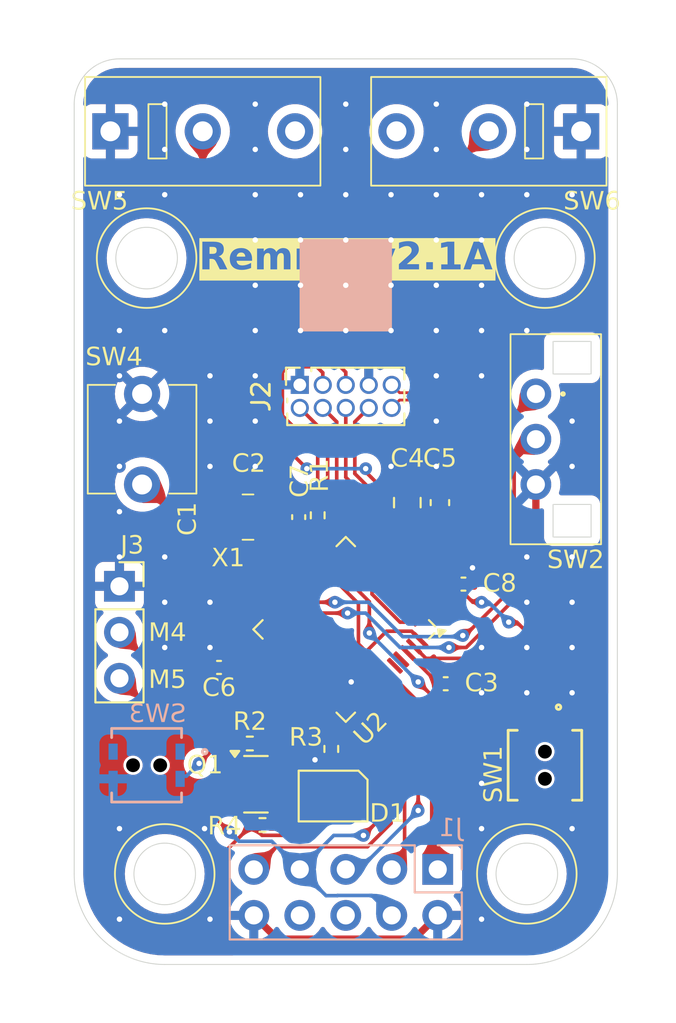
<source format=kicad_pcb>
(kicad_pcb (version 20240108) (generator "pcbnew") (generator_version "8.0")
  (layers (0 "F.Cu" signal "Front") (31 "B.Cu" signal "Back") (34 "B.Paste" user) (35 "F.Paste" user) (36 "B.SilkS" user "B.Silkscreen") (37 "F.SilkS" user "F.Silkscreen") (38 "B.Mask" user) (39 "F.Mask" user) (44 "Edge.Cuts" user))
  (net 0 "")
  (net 1 "GND")
  (net 2 "XTAL1")
  (net 3 "XTAL2")
  (net 4 "Net-(U2-AREF)")
  (net 5 "+5V")
  (net 6 "Net-(U2-UCAP)")
  (net 7 "+3.3V")
  (net 10 "Net-(J1-TCK)")
  (net 11 "Net-(J1-TMS)")
  (net 12 "Net-(J1-TDI)")
  (net 13 "Net-(J1-TDO)")
  (net 14 "Net-(J2-Pin_9)")
  (net 15 "Net-(J2-Pin_8)")
  (net 16 "D+")
  (net 17 "Net-(J2-Pin_7)")
  (net 18 "D-")
  (net 19 "Net-(U2-~{RESET})")
  (net 20 "Net-(U2-~{HWB}{slash}PE2)")
  (net 21 "ENCODER_B")
  (net 22 "ENCODER_A")
  (net 23 "MWHEEL_BUTTON")
  (net 27 "MOUSE2")
  (net 30 "MOUSE1")
  (net 33 "MOUSE4")
  (net 35 "MOUSE5")
  (net 38 "DPI")
  (net 39 "Net-(J2-Pin_10)")
  (net 41 "Net-(D1-DIN)")
  (net 42 "Net-(Q1-S)")
  (footprint "Capacitor_SMD:C_0201_0603Metric" (layer "F.Cu") (at 164.6 93.4 180)
    (property "Reference" "C2")
    (property "Value" "10p")
  )
  (footprint "Custom_FP:Kailh_GM_8.0" (layer "F.Cu") (at 162.100001 74)
    (property "Reference" "SW5")
    (property "Value" "Kailh GM 8.0")
  )
  (footprint "Custom_FP:SW_PUSH_6mm" (layer "F.Cu") (at 158.75 91 -90)
    (property "Reference" "SW4")
    (property "Value" "SW_Push")
  )
  (footprint "Custom_FP:QFN-44-1EP_7x7mm_P0.5mm_EP5.2x5.2mm_noGNDPlane" (layer "F.Cu") (at 170 101.5 -135)
    (property "Reference" "U2")
    (property "Value" "ATmega32U4-M")
  )
  (footprint "Resistor_SMD:R_0402_1005Metric_Pad0.72x0.64mm_HandSolder" (layer "F.Cu") (at 165.4 112.3)
    (property "Reference" "R4")
    (property "Value" "10k")
  )
  (footprint "Capacitor_SMD:C_0201_0603Metric" (layer "F.Cu") (at 162.3 95.405 90)
    (property "Reference" "C1")
    (property "Value" "10p")
  )
  (footprint "Custom_FP:CS14520-16M" (layer "F.Cu") (at 164.6 95.25)
    (property "Reference" "X1")
    (property "Value" "NX3225SA-16")
  )
  (footprint "Capacitor_SMD:C_0603_1608Metric" (layer "F.Cu") (at 175.2 94.5 90)
    (property "Reference" "C5")
    (property "Value" "1u")
  )
  (footprint "Imported_FP:R-667_MIT" (layer "F.Cu") (at 181 109 -90)
    (property "Reference" "SW1")
    (property "Value" "SW_Push")
  )
  (footprint "Resistor_SMD:R_0402_1005Metric_Pad0.72x0.64mm_HandSolder" (layer "F.Cu") (at 169.2 108.1 -90)
    (property "Reference" "R3")
    (property "Value" "1k")
  )
  (footprint "Capacitor_SMD:C_0402_1005Metric" (layer "F.Cu") (at 176.5 99 180)
    (property "Reference" "C8")
    (property "Value" "0.1u")
  )
  (footprint "Capacitor_SMD:C_0805_2012Metric" (layer "F.Cu") (at 173.4 94.5 -90)
    (property "Reference" "C4")
    (property "Value" "10u")
  )
  (footprint "Connector_PinSocket_2.54mm:PinSocket_1x03_P2.54mm_Vertical" (layer "F.Cu") (at 157.5 99.120001)
    (property "Reference" "J3")
    (property "Value" "Conn_01x03_Pin")
  )
  (footprint "Custom_FP:Encoder_TTC_Silver" (layer "F.Cu") (at 180.5 91 -90)
    (property "Reference" "SW2")
    (property "Value" "RotaryEncoder")
    (fp_rect (start -5.4 -3.05) (end -3.6 -0.95) (stroke (width 0.05)) (fill none) (layer "Edge.Cuts"))
    (fp_rect (start 3.6 -3.05) (end 5.4 -0.95) (stroke (width 0.05)) (fill none) (layer "Edge.Cuts"))
  )
  (footprint "Resistor_SMD:R_0402_1005Metric_Pad0.72x0.64mm_HandSolder" (layer "F.Cu") (at 164.7 107.8)
    (property "Reference" "R2")
    (property "Value" "10k")
  )
  (footprint "Capacitor_SMD:C_0402_1005Metric" (layer "F.Cu") (at 163 103.6 180)
    (property "Reference" "C6")
    (property "Value" "0.1u")
  )
  (footprint "LED_SMD:LED_SK6805_PLCC4_2.4x2.7mm_P1.3mm" (layer "F.Cu") (at 169.3 110.7 180)
    (property "Reference" "D1")
    (property "Value" "SK6805")
  )
  (footprint "Custom_FP:Kailh_GM_8.0" (layer "F.Cu") (at 177.9 74 180)
    (property "Reference" "SW6")
    (property "Value" "Kailh GM 8.0")
  )
  (footprint "Custom_FP:PinSocket_2x05_P1.27mm_Vertical_CW" (layer "F.Cu") (at 167.46 88 90)
    (property "Reference" "J2")
    (property "Value" "Conn_02x05_Counter_Clockwise")
  )
  (footprint "Capacitor_SMD:C_0402_1005Metric" (layer "F.Cu") (at 175.52 104.5)
    (property "Reference" "C3")
    (property "Value" "0.1u")
  )
  (footprint "Capacitor_SMD:C_0402_1005Metric" (layer "F.Cu") (at 167.4 95.3 90)
    (property "Reference" "C7")
    (property "Value" "0.1u")
  )
  (footprint "Resistor_SMD:R_0402_1005Metric_Pad0.72x0.64mm_HandSolder" (layer "F.Cu") (at 168.45 95.2 -90)
    (property "Reference" "R1")
    (property "Value" "10k")
  )
  (footprint "Package_TO_SOT_SMD:SOT-23" (layer "F.Cu") (at 165.0375 110.05)
    (property "Reference" "Q1")
    (property "Value" "BSS138")
  )
  (footprint "Imported_FP:R-667_MIT" (layer "B.Cu") (at 159 109 180)
    (property "Reference" "SW3")
    (property "Value" "SW_Push")
  )
  (footprint "Connector_PinSocket_2.54mm:PinSocket_2x05_P2.54mm_Vertical" (layer "B.Cu") (at 175.079999 114.75 90)
    (property "Reference" "J1")
    (property "Value" "AVR-JTAG-10")
  )
  (gr_rect (start 167.5 80) (end 172.5 85) (stroke (width 0.1)) (fill solid) (layer "B.SilkS"))
  (gr_circle (center 180 115) (end 182.75 115) (stroke (width 0.1)) (fill none) (layer "F.SilkS"))
  (gr_circle (center 160 115) (end 162.75 115) (stroke (width 0.1)) (fill none) (layer "F.SilkS"))
  (gr_circle (center 159 81) (end 161.75 81) (stroke (width 0.1)) (fill none) (layer "F.SilkS"))
  (gr_circle (center 181 81) (end 183.75 81) (stroke (width 0.1)) (fill none) (layer "F.SilkS"))
  (gr_circle (center 159 81) (end 160.7 81) (stroke (width 0.05)) (fill none) (layer "Edge.Cuts"))
  (gr_line (start 180 120) (end 160 120) (stroke (width 0.05)) (layer "Edge.Cuts"))
  (gr_circle (center 160 115) (end 161.7 115) (stroke (width 0.05)) (fill none) (layer "Edge.Cuts"))
  (gr_arc (start 160 120) (mid 156.464466 118.535534) (end 155 115) (stroke (width 0.05)) (layer "Edge.Cuts"))
  (gr_circle (center 180 115) (end 181.7 115) (stroke (width 0.05)) (fill none) (layer "Edge.Cuts"))
  (gr_arc (start 185 115) (mid 183.535534 118.535534) (end 180 120) (stroke (width 0.05)) (layer "Edge.Cuts"))
  (gr_line (start 185 72.5) (end 185 115) (stroke (width 0.05)) (layer "Edge.Cuts"))
  (gr_arc (start 182.5 70) (mid 184.267767 70.732233) (end 185 72.5) (stroke (width 0.05)) (layer "Edge.Cuts"))
  (gr_circle (center 181 81) (end 182.7 81) (stroke (width 0.05)) (fill none) (layer "Edge.Cuts"))
  (gr_arc (start 155 72.5) (mid 155.732233 70.732233) (end 157.5 70) (stroke (width 0.05)) (layer "Edge.Cuts"))
  (gr_line (start 157.5 70) (end 182.5 70) (stroke (width 0.05)) (layer "Edge.Cuts"))
  (gr_line (start 155 115) (end 155 72.5) (stroke (width 0.05)) (layer "Edge.Cuts"))
  (gr_text "M5" (at 159.1 104.9 0) (layer "F.SilkS") (effects (font (size 1 1)) (justify left bottom)))
  (gr_text "Remmy v2.1A" (at 170 81 0) (layer "F.SilkS" knockout) (effects (font (size 1.5 1.5) (thickness 0.3) (bold yes))))
  (gr_text "M4" (at 159.1 102.3 0) (layer "F.SilkS") (effects (font (size 1 1)) (justify left bottom)))
  (segment (start 172.713522 99.428715) (end 172.713522 99.493585) (width 0.2) (layer "F.Cu") (net 1))
  (segment (start 162.3 95.085) (end 162.914999 95.085) (width 0.4) (layer "F.Cu") (net 1))
  (segment (start 176.2 96.007107) (end 176.2 94.725) (width 0.2) (layer "F.Cu") (net 1))
  (segment (start 176.98 98.12) (end 177 98.1) (width 0.4) (layer "F.Cu") (net 1))
  (segment (start 165.7 96.1) (end 166.073154 96.1) (width 0.4) (layer "F.Cu") (net 1))
  (segment (start 168.3025 108.6975) (end 168.3 108.7) (width 0.4) (layer "F.Cu") (net 1))
  (segment (start 163.717799 102.092202) (end 162.52 103.290001) (width 0.4) (layer "F.Cu") (net 1))
  (segment (start 169.2 108.94875) (end 170.3 110.04875) (width 0.4) (layer "F.Cu") (net 1))
  (segment (start 161.8 93.2) (end 162.5 92.5) (width 0.4) (layer "F.Cu") (net 1))
  (segment (start 174.428427 103.1) (end 176.9 103.1) (width 0.2) (layer "F.Cu") (net 1))
  (segment (start 167.353154 94.82) (end 167.4 94.82) (width 0.4) (layer "F.Cu") (net 1))
  (segment (start 164.28 93.4) (end 164.28 93.719999) (width 0.4) (layer "F.Cu") (net 1))
  (segment (start 166.073154 96.1) (end 167.353154 94.82) (width 0.4) (layer "F.Cu") (net 1))
  (segment (start 161.8 94.6) (end 161.8 93.2) (width 0.4) (layer "F.Cu") (net 1))
  (segment (start 164.950832 92.5) (end 165 92.5) (width 0.4) (layer "F.Cu") (net 1))
  (segment (start 164.28 93.719999) (end 163.5 94.499999) (width 0.4) (layer "F.Cu") (net 1))
  (segment (start 165.7 96.1) (end 166.014214 96.1) (width 0.4) (layer "F.Cu") (net 1))
  (segment (start 180.5 93.5) (end 180.5 97) (width 0.4) (layer "F.Cu") (net 1))
  (segment (start 169.2 108.6975) (end 168.3025 108.6975) (width 0.4) (layer "F.Cu") (net 1))
  (segment (start 165.872264 102.092202) (end 163.717799 102.092202) (width 0.4) (layer "F.Cu") (net 1))
  (segment (start 162.285 95.085) (end 161.8 94.6) (width 0.4) (layer "F.Cu") (net 1))
  (segment (start 164.28 93.170832) (end 164.950832 92.5) (width 0.4) (layer "F.Cu") (net 1))
  (segment (start 176.9 103.1) (end 177.5 102.5) (width 0.2) (layer "F.Cu") (net 1))
  (segment (start 180.5 97) (end 180 97.5) (width 0.4) (layer "F.Cu") (net 1))
  (segment (start 173.774182 102.445755) (end 174.428427 103.1) (width 0.2) (layer "F.Cu") (net 1))
  (segment (start 170.3 110.04875) (end 170.3 110.05) (width 0.4) (layer "F.Cu") (net 1))
  (segment (start 162.3 95.085) (end 162.285 95.085) (width 0.4) (layer "F.Cu") (net 1))
  (segment (start 166.229999 118.6) (end 164.919999 117.29) (width 0.4) (layer "F.Cu") (net 1))
  (segment (start 170.3 104.628427) (end 170.945755 105.274182) (width 0.2) (layer "F.Cu") (net 1))
  (segment (start 162.914999 95.085) (end 163.5 94.499999) (width 0.4) (layer "F.Cu") (net 1))
  (segment (start 176.2 94.725) (end 175.2 93.725) (width 0.2) (layer "F.Cu") (net 1))
  (segment (start 169.2 108.6975) (end 169.2 108.94875) (width 0.4) (layer "F.Cu") (net 1))
  (segment (start 170.3 110.05) (end 170.15 110.05) (width 0.4) (layer "F.Cu") (net 1))
  (segment (start 164.28 93.4) (end 164.28 93.170832) (width 0.4) (layer "F.Cu") (net 1))
  (segment (start 173.769999 118.6) (end 166.229999 118.6) (width 0.4) (layer "F.Cu") (net 1))
  (segment (start 166.014214 96.1) (end 168.347138 98.432924) (width 0.4) (layer "F.Cu") (net 1))
  (segment (start 172.713522 99.493585) (end 176.2 96.007107) (width 0.2) (layer "F.Cu") (net 1))
  (segment (start 170.3 104.4) (end 170.3 104.628427) (width 0.2) (layer "F.Cu") (net 1))
  (segment (start 176.98 99) (end 176.98 98.12) (width 0.4) (layer "F.Cu") (net 1))
  (segment (start 162.52 103.290001) (end 162.52 103.6) (width 0.4) (layer "F.Cu") (net 1))
  (segment (start 175.079999 117.29) (end 173.769999 118.6) (width 0.4) (layer "F.Cu") (net 1))
  (via (at 177.5 105) (size 0.7) (drill 0.3) (layers "F.Cu" "B.Cu") (net 1))
  (via (at 180 75) (size 0.7) (drill 0.3) (layers "F.Cu" "B.Cu") (net 1))
  (via (at 177.5 77.5) (size 0.7) (drill 0.3) (layers "F.Cu" "B.Cu") (net 1))
  (via (at 167.5 82.5) (size 0.7) (drill 0.3) (layers "F.Cu" "B.Cu") (net 1))
  (via (at 182.5 92.5) (size 0.7) (drill 0.3) (layers "F.Cu" "B.Cu") (net 1))
  (via (at 175 80) (size 0.7) (drill 0.3) (layers "F.Cu" "B.Cu") (net 1))
  (via (at 165 75) (size 0.7) (drill 0.3) (layers "F.Cu" "B.Cu") (net 1))
  (via (at 180 72.5) (size 0.7) (drill 0.3) (layers "F.Cu" "B.Cu") (net 1))
  (via (at 177.5 80) (size 0.7) (drill 0.3) (layers "F.Cu" "B.Cu") (net 1))
  (via (at 182.5 105) (size 0.7) (drill 0.3) (layers "F.Cu" "B.Cu") (net 1))
  (via (at 162.5 117.5) (size 0.7) (drill 0.3) (layers "F.Cu" "B.Cu") (net 1))
  (via (at 177.5 112.5) (size 0.7) (drill 0.3) (layers "F.Cu" "B.Cu") (net 1))
  (via (at 170 85) (size 0.7) (drill 0.3) (layers "F.Cu" "B.Cu") (net 1))
  (via (at 177.5 87.5) (size 0.7) (drill 0.3) (layers "F.Cu" "B.Cu") (net 1))
  (via (at 180 100) (size 0.7) (drill 0.3) (layers "F.Cu" "B.Cu") (net 1))
  (via (at 175 72.5) (size 0.7) (drill 0.3) (layers "F.Cu" "B.Cu") (net 1))
  (via (at 172.5 85) (size 0.7) (drill 0.3) (layers "F.Cu" "B.Cu") (net 1))
  (via (at 157.5 117.5) (size 0.7) (drill 0.3) (layers "F.Cu" "B.Cu") (net 1))
  (via (at 160 97.5) (size 0.7) (drill 0.3) (layers "F.Cu" "B.Cu") (net 1))
  (via (at 165 77.5) (size 0.7) (drill 0.3) (layers "F.Cu" "B.Cu") (net 1))
  (via (at 162.5 92.5) (size 0.7) (drill 0.3) (layers "F.Cu" "B.Cu") (net 1))
  (via (at 175 87.5) (size 0.7) (drill 0.3) (layers "F.Cu" "B.Cu") (net 1))
  (via (at 170.3 104.4) (size 0.7) (drill 0.3) (layers "F.Cu" "B.Cu") (net 1))
  (via (at 180 105) (size 0.7) (drill 0.3) (layers "F.Cu" "B.Cu") (net 1))
  (via (at 157.5 95) (size 0.7) (drill 0.3) (layers "F.Cu" "B.Cu") (net 1))
  (via (at 157.5 77.5) (size 0.7) (drill 0.3) (layers "F.Cu" "B.Cu") (net 1))
  (via (at 175 75) (size 0.7) (drill 0.3) (layers "F.Cu" "B.Cu") (net 1))
  (via (at 160 85) (size 0.7) (drill 0.3) (layers "F.Cu" "B.Cu") (net 1))
  (via (at 182.5 97.5) (size 0.7) (drill 0.3) (layers "F.Cu" "B.Cu") (net 1))
  (via (at 157.5 97.5) (size 0.7) (drill 0.3) (layers "F.Cu" "B.Cu") (net 1))
  (via (at 160 102.5) (size 0.7) (drill 0.3) (layers "F.Cu" "B.Cu") (net 1))
  (via (at 175 77.5) (size 0.7) (drill 0.3) (layers "F.Cu" "B.Cu") (net 1))
  (via (at 175 82.5) (size 0.7) (drill 0.3) (layers "F.Cu" "B.Cu") (net 1))
  (via (at 177.5 110) (size 0.7) (drill 0.3) (layers "F.Cu" "B.Cu") (net 1))
  (via (at 165 72.5) (size 0.7) (drill 0.3) (layers "F.Cu" "B.Cu") (net 1))
  (via (at 175 85) (size 0.7) (drill 0.3) (layers "F.Cu" "B.Cu") (net 1))
  (via (at 177.5 85) (size 0.7) (drill 0.3) (layers "F.Cu" "B.Cu") (net 1))
  (via (at 165 90) (size 0.7) (drill 0.3) (layers "F.Cu" "B.Cu") (net 1))
  (via (at 157.5 92.5) (size 0.7) (drill 0.3) (layers "F.Cu" "B.Cu") (net 1))
  (via (at 167.5 80) (size 0.7) (drill 0.3) (layers "F.Cu" "B.Cu") (net 1))
  (via (at 170 75) (size 0.7) (drill 0.3) (layers "F.Cu" "B.Cu") (net 1))
  (via (at 167.5 85) (size 0.7) (drill 0.3) (layers "F.Cu" "B.Cu") (net 1))
  (via (at 157.5 87.5) (size 0.7) (drill 0.3) (layers "F.Cu" "B.Cu") (net 1))
  (via (at 182.5 77.5) (size 0.7) (drill 0.3) (layers "F.Cu" "B.Cu") (net 1))
  (via (at 175 90) (size 0.7) (drill 0.3) (layers "F.Cu" "B.Cu") (net 1))
  (via (at 165 85) (size 0.7) (drill 0.3) (layers "F.Cu" "B.Cu") (net 1))
  (via (at 180 102.5) (size 0.7) (drill 0.3) (layers "F.Cu" "B.Cu") (net 1))
  (via (at 177.5 117.5) (size 0.7) (drill 0.3) (layers "F.Cu" "B.Cu") (net 1))
  (via (at 180 97.5) (size 0.7) (drill 0.3) (layers "F.Cu" "B.Cu") (net 1))
  (via (at 177.5 102.5) (size 0.7) (drill 0.3) (layers "F.Cu" "B.Cu") (net 1))
  (via (at 180 77.5) (size 0.7) (drill 0.3) (layers "F.Cu" "B.Cu") (net 1))
  (via (at 157.5 90) (size 0.7) (drill 0.3) (layers "F.Cu" "B.Cu") (net 1))
  (via (at 165 87.5) (size 0.7) (drill 0.3) (layers "F.Cu" "B.Cu") (net 1))
  (via (at 165 82.5) (size 0.7) (drill 0.3) (layers "F.Cu" "B.Cu") (net 1))
  (via (at 162.5 100) (size 0.7) (drill 0.3) (layers "F.Cu" "B.Cu") (net 1))
  (via (at 162.2 112.5) (size 0.7) (drill 0.3) (layers "F.Cu" "B.Cu") (net 1))
  (via (at 172.5 77.5) (size 0.7) (drill 0.3) (layers "F.Cu" "B.Cu") (net 1))
  (via (at 182.5 112.5) (size 0.7) (drill 0.3) (layers "F.Cu" "B.Cu") (net 1))
  (via (at 165 80) (size 0.7) (drill 0.3) (layers "F.Cu" "B.Cu") (net 1))
  (via (at 177 98.1) (size 0.7) (drill 0.3) (layers "F.Cu" "B.Cu") (net 1))
  (via (at 182.5 100) (size 0.7) (drill 0.3) (layers "F.Cu" "B.Cu") (net 1))
  (via (at 172.5 92.5) (size 0.7) (drill 0.3) (layers "F.Cu" "B.Cu") (net 1))
  (via (at 162.5 87.5) (size 0.7) (drill 0.3) (layers "F.Cu" "B.Cu") (net 1))
  (via (at 167.5 77.5) (size 0.7) (drill 0.3) (layers "F.Cu" "B.Cu") (net 1))
  (via (at 182.5 90) (size 0.7) (drill 0.3) (layers "F.Cu" "B.Cu") (net 1))
  (via (at 157.5 85) (size 0.7) (drill 0.3) (layers "F.Cu" "B.Cu") (net 1))
  (via (at 165 92.5) (size 0.7) (drill 0.3) (layers "F.Cu" "B.Cu") (net 1))
  (via (at 160 75) (size 0.7) (drill 0.3) (layers "F.Cu" "B.Cu") (net 1))
  (via (at 172.5 80) (size 0.7) (drill 0.3) (layers "F.Cu" "B.Cu") (net 1))
  (via (at 160 72.5) (size 0.7) (drill 0.3) (layers "F.Cu" "B.Cu") (net 1))
  (via (at 162.5 90) (size 0.7) (drill 0.3) (layers "F.Cu" "B.Cu") (net 1))
  (via (at 160 100) (size 0.7) (drill 0.3) (layers "F.Cu" "B.Cu") (net 1))
  (via (at 170 72.5) (size 0.7) (drill 0.3) (layers "F.Cu" "B.Cu") (net 1))
  (via (at 170 80) (size 0.7) (drill 0.3) (layers "F.Cu" "B.Cu") (net 1))
  (via (at 160 77.5) (size 0.7) (drill 0.3) (layers "F.Cu" "B.Cu") (net 1))
  (via (at 168.3 108.7) (size 0.7) (drill 0.3) (layers "F.Cu" "B.Cu") (net 1))
  (via (at 175 92.5) (size 0.7) (drill 0.3) (layers "F.Cu" "B.Cu") (net 1))
  (via (at 170 77.5) (size 0.7) (drill 0.3) (layers "F.Cu" "B.Cu") (net 1))
  (via (at 172.5 82.5) (size 0.7) (drill 0.3) (layers "F.Cu" "B.Cu") (net 1))
  (via (at 182.5 102.5) (size 0.7) (drill 0.3) (layers "F.Cu" "B.Cu") (net 1))
  (via (at 170 82.5) (size 0.7) (drill 0.3) (layers "F.Cu" "B.Cu") (net 1))
  (via (at 157.5 112.5) (size 0.7) (drill 0.3) (layers "F.Cu" "B.Cu") (net 1))
  (via (at 180 85) (size 0.7) (drill 0.3) (layers "F.Cu" "B.Cu") (net 1))
  (via (at 177.5 82.5) (size 0.7) (drill 0.3) (layers "F.Cu" "B.Cu") (net 1))
  (via (at 162.5 102.5) (size 0.7) (drill 0.3) (layers "F.Cu" "B.Cu") (net 1))
  (segment (start 163.5 96.1) (end 164.087236 96.687236) (width 0.2) (layer "F.Cu") (net 2))
  (segment (start 162.3 95.725) (end 163.125 95.725) (width 0.2) (layer "F.Cu") (net 2))
  (segment (start 167.296237 98.796237) (end 167.640031 99.140031) (width 0.2) (layer "F.Cu") (net 2))
  (segment (start 165.175808 97.775808) (end 166.196237 98.796237) (width 0.2) (layer "F.Cu") (net 2))
  (segment (start 163.125 95.725) (end 163.5 96.1) (width 0.2) (layer "F.Cu") (net 2))
  (segment (start 163.787422 97.745067) (end 163.882174 97.839819) (width 0.2) (layer "F.Cu") (net 2))
  (segment (start 164.087236 97.066245) (end 163.787422 97.366058) (width 0.2) (layer "F.Cu") (net 2))
  (segment (start 165.034759 97.634759) (end 165.175808 97.775808) (width 0.2) (layer "F.Cu") (net 2))
  (segment (start 164.940005 97.540005) (end 165.034759 97.634759) (width 0.2) (layer "F.Cu") (net 2))
  (segment (start 164.261183 97.839819) (end 164.560996 97.540005) (width 0.2) (layer "F.Cu") (net 2))
  (segment (start 166.196237 98.796237) (end 167.296237 98.796237) (width 0.2) (layer "F.Cu") (net 2))
  (arc (start 163.882174 97.839819) (mid 164.071679 97.918314) (end 164.261183 97.839819) (width 0.2) (layer "F.Cu") (net 2))
  (arc (start 164.087236 96.687236) (mid 164.165731 96.876741) (end 164.087236 97.066245) (width 0.2) (layer "F.Cu") (net 2))
  (arc (start 163.787422 97.366058) (mid 163.708927 97.555562) (end 163.787422 97.745067) (width 0.2) (layer "F.Cu") (net 2))
  (arc (start 164.560996 97.540005) (mid 164.7505 97.46151) (end 164.940005 97.540005) (width 0.2) (layer "F.Cu") (net 2))
  (segment (start 164.92 93.4) (end 164.92 93.719999) (width 0.2) (layer "F.Cu") (net 3))
  (segment (start 165.7 94.499999) (end 165.500001 94.499999) (width 0.2) (layer "F.Cu") (net 3))
  (segment (start 164.7 96.8) (end 166.346237 98.446237) (width 0.2) (layer "F.Cu") (net 3))
  (segment (start 164.7 95.3) (end 164.7 96.8) (width 0.2) (layer "F.Cu") (net 3))
  (segment (start 167.653344 98.446237) (end 167.993585 98.786478) (width 0.2) (layer "F.Cu") (net 3))
  (segment (start 165.500001 94.499999) (end 164.7 95.3) (width 0.2) (layer "F.Cu") (net 3))
  (segment (start 166.346237 98.446237) (end 167.653344 98.446237) (width 0.2) (layer "F.Cu") (net 3))
  (segment (start 164.92 93.719999) (end 165.7 94.499999) (width 0.2) (layer "F.Cu") (net 3))
  (segment (start 175.04 104.41868) (end 173.420629 102.799309) (width 0.2) (layer "F.Cu") (net 4))
  (segment (start 175.04 104.5) (end 175.04 104.41868) (width 0.2) (layer "F.Cu") (net 4))
  (segment (start 173.4 97.392893) (end 172.006415 98.786478) (width 0.2) (layer "F.Cu") (net 5))
  (segment (start 171.4 93.1) (end 173.4 95.1) (width 0.2) (layer "F.Cu") (net 5))
  (segment (start 177.02 100) (end 176.02 99) (width 0.2) (layer "F.Cu") (net 5))
  (segment (start 171.1 92.8) (end 171.1 92.625735) (width 0.2) (layer "F.Cu") (net 5))
  (segment (start 173.4 95.45) (end 173.4 97.392893) (width 0.2) (layer "F.Cu") (net 5))
  (segment (start 171.45 99.55) (end 171.45 99.342893) (width 0.2) (layer "F.Cu") (net 5))
  (segment (start 163.2 117.8) (end 164.5 119.1) (width 0.2) (layer "F.Cu") (net 5))
  (segment (start 170 87.3) (end 170 88) (width 0.2) (layer "F.Cu") (net 5))
  (segment (start 173.774182 100.554245) (end 173.228427 101.1) (width 0.2) (layer "F.Cu") (net 5))
  (segment (start 173.4 95.1) (end 173.4 95.45) (width 0.2) (layer "F.Cu") (net 5))
  (segment (start 183.9 105.551471) (end 179.448529 101.1) (width 0.2) (layer "F.Cu") (net 5))
  (segment (start 165.9 87.1) (end 166.6 86.4) (width 0.2) (layer "F.Cu") (net 5))
  (segment (start 179.448529 101.1) (end 179 101.1) (width 0.2) (layer "F.Cu") (net 5))
  (segment (start 176.02 99) (end 175.328427 99) (width 0.2) (layer "F.Cu") (net 5))
  (segment (start 173.228427 101.1) (end 173 101.1) (width 0.2) (layer "F.Cu") (net 5))
  (segment (start 177.5 100) (end 177.02 100) (width 0.2) (layer "F.Cu") (net 5))
  (segment (start 173 101.1) (end 171.45 99.55) (width 0.2) (layer "F.Cu") (net 5))
  (segment (start 183.9 116.2) (end 183.9 105.551471) (width 0.2) (layer "F.Cu") (net 5))
  (segment (start 163.2 113.9025) (end 163.2 117.8) (width 0.2) (layer "F.Cu") (net 5))
  (segment (start 169.1 86.4) (end 170 87.3) (width 0.2) (layer "F.Cu") (net 5))
  (segment (start 167.85 92.625735) (end 165.9 90.675735) (width 0.2) (layer "F.Cu") (net 5))
  (segment (start 171.4 93.1) (end 171.1 92.8) (width 0.2) (layer "F.Cu") (net 5))
  (segment (start 164.8025 112.3) (end 163.2 113.9025) (width 0.2) (layer "F.Cu") (net 5))
  (segment (start 171.45 99.342893) (end 172.006415 98.786478) (width 0.2) (layer "F.Cu") (net 5))
  (segment (start 175.328427 99) (end 173.774182 100.554245) (width 0.2) (layer "F.Cu") (net 5))
  (segment (start 164.8025 112.3) (end 165.3725 112.87) (width 0.2) (layer "F.Cu") (net 5))
  (segment (start 165.3725 112.87) (end 166.78 112.87) (width 0.2) (layer "F.Cu") (net 5))
  (segment (start 164.5 119.1) (end 181 119.1) (width 0.2) (layer "F.Cu") (net 5))
  (segment (start 165.9 90.675735) (end 165.9 87.1) (width 0.2) (layer "F.Cu") (net 5))
  (segment (start 166.6 86.4) (end 169.1 86.4) (width 0.2) (layer "F.Cu") (net 5))
  (segment (start 166.78 112.87) (end 168.3 111.35) (width 0.2) (layer "F.Cu") (net 5))
  (segment (start 181 119.1) (end 183.9 116.2) (width 0.2) (layer "F.Cu") (net 5))
  (via (at 177.5 100) (size 0.7) (drill 0.3) (layers "F.Cu" "B.Cu") (net 5))
  (via (at 167.85 92.625735) (size 0.7) (drill 0.3) (layers "F.Cu" "B.Cu") (net 5))
  (via (at 171.1 92.625735) (size 0.7) (drill 0.3) (layers "F.Cu" "B.Cu") (net 5))
  (via (at 179 101.1) (size 0.7) (drill 0.3) (layers "F.Cu" "B.Cu") (net 5))
  (segment (start 167.85 92.625735) (end 171.1 92.625735) (width 0.2) (layer "B.Cu") (net 5))
  (segment (start 177.9 100) (end 179 101.1) (width 0.2) (layer "B.Cu") (net 5))
  (segment (start 177.5 100) (end 177.9 100) (width 0.2) (layer "B.Cu") (net 5))
  (segment (start 175.2 96.3) (end 172.359969 99.140031) (width 0.2) (layer "F.Cu") (net 6))
  (segment (start 175.2 95.275) (end 175.2 96.3) (width 0.2) (layer "F.Cu") (net 6))
  (segment (start 171.8 112.05147) (end 171.8 106.835534) (width 0.2) (layer "F.Cu") (net 7))
  (segment (start 166.8 87) (end 168.4 87) (width 0.2) (layer "F.Cu") (net 7))
  (segment (start 172.251471 101.6) (end 171.125736 102.725736) (width 0.2) (layer "F.Cu") (net 7))
  (segment (start 168.932233 103.967767) (end 167.069981 102.105515) (width 0.2) (layer "F.Cu") (net 7))
  (segment (start 168.73 87.33) (end 168.73 88) (width 0.2) (layer "F.Cu") (net 7))
  (segment (start 167.069981 102.105515) (end 166.566058 102.105515) (width 0.2) (layer "F.Cu") (net 7))
  (segment (start 167.4 95.764246) (end 167.4 95.78) (width 0.2) (layer "F.Cu") (net 7))
  (segment (start 167.4 96.8) (end 167.4 95.78) (width 0.2) (layer "F.Cu") (net 7))
  (segment (start 163.48 103.6) (end 165.071573 103.6) (width 0.2) (layer "F.Cu") (net 7))
  (segment (start 170.592202 105.627736) (end 169.482233 104.517767) (width 0.2) (layer "F.Cu") (net 7))
  (segment (start 169.482233 104.517767) (end 168.932233 103.967767) (width 0.2) (layer "F.Cu") (net 7))
  (segment (start 171.8 106.835534) (end 170.592202 105.627736) (width 0.2) (layer "F.Cu") (net 7))
  (segment (start 170.7 100.07868) (end 170.7 102.3) (width 0.2) (layer "F.Cu") (net 7))
  (segment (start 166.566058 102.105515) (end 166.225818 102.445755) (width 0.2) (layer "F.Cu") (net 7))
  (segment (start 168.679371 98.079371) (end 167.4 96.8) (width 0.2) (layer "F.Cu") (net 7))
  (segment (start 167.938822 95.225424) (end 167.4 95.764246) (width 0.2) (layer "F.Cu") (net 7))
  (segment (start 164.1025 109.0975) (end 164.1 109.1) (width 0.2) (layer "F.Cu") (net 7))
  (segment (start 171.125736 102.725736) (end 169.482233 104.369238) (width 0.2) (layer "F.Cu") (net 7))
  (segment (start 164.1025 107.8) (end 164.1025 109.0975) (width 0.2) (layer "F.Cu") (net 7))
  (segment (start 168.45 94.6025) (end 168.45 91.65) (width 0.2) (layer "F.Cu") (net 7))
  (segment (start 168.45 94.703238) (end 167.938822 95.214416) (width 0.2) (layer "F.Cu") (net 7))
  (segment (start 168.700691 98.079371) (end 168.679371 98.079371) (width 0.2) (layer "F.Cu") (net 7))
  (segment (start 162.9 110.3) (end 162.9 112) (width 0.2) (layer "F.Cu") (net 7))
  (segment (start 168.700691 98.079371) (end 170.7 100.07868) (width 0.2) (layer "F.Cu") (net 7))
  (segment (start 165.071573 103.6) (end 166.225818 102.445755) (width 0.2) (layer "F.Cu") (net 7))
  (segment (start 167.938822 95.214416) (end 167.938822 95.225424) (width 0.2) (layer "F.Cu") (net 7))
  (segment (start 168.4 87) (end 168.73 87.33) (width 0.2) (layer "F.Cu") (net 7))
  (segment (start 164.1 109.1) (end 162.9 110.3) (width 0.2) (layer "F.Cu") (net 7))
  (segment (start 166.5 89.7) (end 166.5 87.3) (width 0.2) (layer "F.Cu") (net 7))
  (segment (start 169.482233 104.369238) (end 169.482233 104.517767) (width 0.2) (layer "F.Cu") (net 7))
  (segment (start 168.45 94.6025) (end 168.45 94.703238) (width 0.2) (layer "F.Cu") (net 7))
  (segment (start 170.975735 112.875735) (end 171.8 112.05147) (width 0.2) (layer "F.Cu") (net 7))
  (segment (start 173.635534 101.6) (end 172.251471 101.6) (width 0.2) (layer "F.Cu") (net 7))
  (segment (start 170.7 102.3) (end 171.125736 102.725736) (width 0.2) (layer "F.Cu") (net 7))
  (segment (start 166.5 87.3) (end 166.8 87) (width 0.2) (layer "F.Cu") (net 7))
  (segment (start 162.9 112) (end 163.576985 112.676985) (width 0.2) (layer "F.Cu") (net 7))
  (segment (start 168.45 91.65) (end 166.5 89.7) (width 0.2) (layer "F.Cu") (net 7))
  (segment (start 174.127736 102.092202) (end 173.635534 101.6) (width 0.2) (layer "F.Cu") (net 7))
  (via (at 163.576985 112.676985) (size 0.7) (drill 0.3) (layers "F.Cu" "B.Cu") (net 7))
  (via (at 170.975735 112.875735) (size 0.7) (drill 0.3) (layers "F.Cu" "B.Cu") (net 7))
  (segment (start 169.544364 116.19) (end 171.439999 116.19) (width 0.2) (layer "B.Cu") (net 7))
  (segment (start 169.334264 112.875735) (end 167.459999 114.75) (width 0.2) (layer "B.Cu") (net 7))
  (segment (start 165.909999 113.2) (end 167.459999 114.75) (width 0.2) (layer "B.Cu") (net 7))
  (segment (start 168.909999 116.2) (end 169.534364 116.2) (width 0.2) (layer "B.Cu") (net 7))
  (segment (start 164.1 113.2) (end 165.909999 113.2) (width 0.2) (layer "B.Cu") (net 7))
  (segment (start 170.975735 112.875735) (end 169.334264 112.875735) (width 0.2) (layer "B.Cu") (net 7))
  (segment (start 171.439999 116.19) (end 172.539999 117.29) (width 0.2) (layer "B.Cu") (net 7))
  (segment (start 169.534364 116.2) (end 169.544364 116.19) (width 0.2) (layer "B.Cu") (net 7))
  (segment (start 167.459999 114.75) (end 168.909999 116.2) (width 0.2) (layer "B.Cu") (net 7))
  (segment (start 163.576985 112.676985) (end 164.1 113.2) (width 0.2) (layer "B.Cu") (net 7))
  (segment (start 174.75 106.25) (end 172.359969 103.859969) (width 0.2) (layer "F.Cu") (net 10))
  (segment (start 174.75 114.420001) (end 174.75 106.25) (width 0.2) (layer "F.Cu") (net 10))
  (segment (start 175.079999 114.75) (end 174.75 114.420001) (width 0.2) (layer "F.Cu") (net 10))
  (segment (start 174 106.207107) (end 172.006415 104.213522) (width 0.2) (layer "F.Cu") (net 11))
  (segment (start 174 111.5) (end 174 106.207107) (width 0.2) (layer "F.Cu") (net 11))
  (via (at 174 111.5) (size 0.7) (drill 0.3) (layers "F.Cu" "B.Cu") (net 11))
  (segment (start 170.75 114.75) (end 169.999999 114.75) (width 0.2) (layer "B.Cu") (net 11))
  (segment (start 174 111.5) (end 170.75 114.75) (width 0.2) (layer "B.Cu") (net 11))
  (segment (start 171.2 113.5) (end 172.5 112.2) (width 0.2) (layer "F.Cu") (net 12))
  (segment (start 172.5 106.12132) (end 171.299309 104.920629) (width 0.2) (layer "F.Cu") (net 12))
  (segment (start 166.169999 113.5) (end 171.2 113.5) (width 0.2) (layer "F.Cu") (net 12))
  (segment (start 164.919999 114.75) (end 166.169999 113.5) (width 0.2) (layer "F.Cu") (net 12))
  (segment (start 172.5 112.2) (end 172.5 106.12132) (width 0.2) (layer "F.Cu") (net 12))
  (segment (start 172.539999 114.75) (end 173.25 114.039999) (width 0.2) (layer "F.Cu") (net 13))
  (segment (start 173.25 106.164214) (end 171.652862 104.567076) (width 0.2) (layer "F.Cu") (net 13))
  (segment (start 173.25 114.039999) (end 173.25 106.164214) (width 0.2) (layer "F.Cu") (net 13))
  (segment (start 171.3 97.371573) (end 170.945755 97.725818) (width 0.2) (layer "F.Cu") (net 14))
  (segment (start 169.5 90.04) (end 169.5 93.3) (width 0.2) (layer "F.Cu") (net 14))
  (segment (start 171.3 95.1) (end 171.3 97.371573) (width 0.2) (layer "F.Cu") (net 14))
  (segment (start 168.73 89.27) (end 169.5 90.04) (width 0.2) (layer "F.Cu") (net 14))
  (segment (start 169.5 93.3) (end 171.3 95.1) (width 0.2) (layer "F.Cu") (net 14))
  (segment (start 170 93.1) (end 171.8 94.9) (width 0.2) (layer "F.Cu") (net 15))
  (segment (start 171.8 97.57868) (end 171.299309 98.079371) (width 0.2) (layer "F.Cu") (net 15))
  (segment (start 171.8 94.9) (end 171.8 97.57868) (width 0.2) (layer "F.Cu") (net 15))
  (segment (start 170 89.27) (end 170 93.1) (width 0.2) (layer "F.Cu") (net 15))
  (segment (start 173.537791 99.376423) (end 173.067076 99.847138) (width 0.1524) (layer "F.Cu") (net 16))
  (segment (start 176.850831 88.838201) (end 177.4968 89.48417) (width 0.1524) (layer "F.Cu") (net 16))
  (segment (start 177.4968 89.48417) (end 177.4968 95.4836) (width 0.1524) (layer "F.Cu") (net 16))
  (segment (start 177.4968 95.4836) (end 173.603977 99.376423) (width 0.1524) (layer "F.Cu") (net 16))
  (segment (start 173.603977 99.376423) (end 173.537791 99.376423) (width 0.1524) (layer "F.Cu") (net 16))
  (segment (start 172.54 89.27) (end 172.971799 88.838201) (width 0.1524) (layer "F.Cu") (net 16))
  (segment (start 173.109969 99.847138) (end 173.067076 99.847138) (width 0.1524) (layer "F.Cu") (net 16))
  (segment (start 172.971799 88.838201) (end 176.850831 88.838201) (width 0.1524) (layer "F.Cu") (net 16))
  (segment (start 171.27 89.27) (end 170.5 90.04) (width 0.2) (layer "F.Cu") (net 17))
  (segment (start 172.3 94.7) (end 172.3 97.785786) (width 0.2) (layer "F.Cu") (net 17))
  (segment (start 170.5 92.9) (end 172.3 94.7) (width 0.2) (layer "F.Cu") (net 17))
  (segment (start 170.5 90.04) (end 170.5 92.9) (width 0.2) (layer "F.Cu") (net 17))
  (segment (start 172.3 97.785786) (end 171.652862 98.432924) (width 0.2) (layer "F.Cu") (net 17))
  (segment (start 173.420629 100.140031) (end 173.420629 100.200691) (width 0.1524) (layer "F.Cu") (net 18))
  (segment (start 177.9032 95.651934) (end 173.891344 99.66379) (width 0.1524) (layer "F.Cu") (net 18))
  (segment (start 173.891344 99.729976) (end 173.420629 100.200691) (width 0.1524) (layer "F.Cu") (net 18))
  (segment (start 177.9032 89.31583) (end 177.9032 95.651934) (width 0.1524) (layer "F.Cu") (net 18))
  (segment (start 173.891344 99.66379) (end 173.891344 99.729976) (width 0.1524) (layer "F.Cu") (net 18))
  (segment (start 177.019169 88.431799) (end 177.9032 89.31583) (width 0.1524) (layer "F.Cu") (net 18))
  (segment (start 172.971799 88.431799) (end 177.019169 88.431799) (width 0.1524) (layer "F.Cu") (net 18))
  (segment (start 172.54 88) (end 172.971799 88.431799) (width 0.1524) (layer "F.Cu") (net 18))
  (segment (start 180.249999 107.150001) (end 176.750001 107.150001) (width 0.2) (layer "F.Cu") (net 19))
  (segment (start 171.301471 101.701471) (end 171.301471 99.973044) (width 0.2) (layer "F.Cu") (net 19))
  (segment (start 168.45 95.7975) (end 168.45 97.121573) (width 0.2) (layer "F.Cu") (net 19))
  (segment (start 168.45 97.121573) (end 169.054245 97.725818) (width 0.2) (layer "F.Cu") (net 19))
  (segment (start 176.750001 107.150001) (end 174 104.4) (width 0.2) (layer "F.Cu") (net 19))
  (segment (start 171.301471 99.973044) (end 169.054245 97.725818) (width 0.2) (layer "F.Cu") (net 19))
  (via (at 171.301471 101.701471) (size 0.7) (drill 0.3) (layers "F.Cu" "B.Cu") (net 19))
  (via (at 174 104.4) (size 0.7) (drill 0.3) (layers "F.Cu" "B.Cu") (net 19))
  (segment (start 171.301471 101.701471) (end 174 104.4) (width 0.2) (layer "B.Cu") (net 19))
  (segment (start 169.407798 105.627736) (end 169.407798 107.294702) (width 0.2) (layer "F.Cu") (net 20))
  (segment (start 169.407798 107.294702) (end 169.2 107.5025) (width 0.2) (layer "F.Cu") (net 20))
  (segment (start 170.1 100.6) (end 167.685786 100.6) (width 0.2) (layer "F.Cu") (net 21))
  (segment (start 179.3 92.2) (end 180.5 91) (width 0.2) (layer "F.Cu") (net 21))
  (segment (start 176.651471 102.5) (end 179.3 99.851471) (width 0.2) (layer "F.Cu") (net 21))
  (segment (start 167.685786 100.6) (end 166.932924 99.847138) (width 0.2) (layer "F.Cu") (net 21))
  (segment (start 175.7 102.5) (end 176.651471 102.5) (width 0.2) (layer "F.Cu") (net 21))
  (segment (start 166.932924 99.832924) (end 166.932924 99.847138) (width 0.2) (layer "F.Cu") (net 21))
  (segment (start 179.3 99.851471) (end 179.3 92.2) (width 0.2) (layer "F.Cu") (net 21))
  (via (at 175.7 102.5) (size 0.7) (drill 0.3) (layers "F.Cu" "B.Cu") (net 21))
  (via (at 170.1 100.6) (size 0.7) (drill 0.3) (layers "F.Cu" "B.Cu") (net 21))
  (segment (start 171.1 100.6) (end 173 102.5) (width 0.2) (layer "B.Cu") (net 21))
  (segment (start 173 102.5) (end 175.7 102.5) (width 0.2) (layer "B.Cu") (net 21))
  (segment (start 170.1 100.6) (end 171.1 100.6) (width 0.2) (layer "B.Cu") (net 21))
  (segment (start 178.8 99.625152) (end 178.8 90.2) (width 0.2) (layer "F.Cu") (net 22))
  (segment (start 178.8 90.2) (end 180.5 88.5) (width 0.2) (layer "F.Cu") (net 22))
  (segment (start 167.792893 100) (end 167.286478 99.493585) (width 0.2) (layer "F.Cu") (net 22))
  (segment (start 169.4 100) (end 167.792893 100) (width 0.2) (layer "F.Cu") (net 22))
  (segment (start 176.586257 101.838895) (end 178.8 99.625152) (width 0.2) (layer "F.Cu") (net 22))
  (segment (start 176.464047 101.838895) (end 176.586257 101.838895) (width 0.2) (layer "F.Cu") (net 22))
  (via (at 169.4 100) (size 0.7) (drill 0.3) (layers "F.Cu" "B.Cu") (net 22))
  (via (at 176.464047 101.838895) (size 0.7) (drill 0.3) (layers "F.Cu" "B.Cu") (net 22))
  (segment (start 176.402942 101.9) (end 176.464047 101.838895) (width 0.2) (layer "B.Cu") (net 22))
  (segment (start 171.25 100) (end 173.15 101.9) (width 0.2) (layer "B.Cu") (net 22))
  (segment (start 173.15 101.9) (end 176.402942 101.9) (width 0.2) (layer "B.Cu") (net 22))
  (segment (start 169.4 100) (end 171.25 100) (width 0.2) (layer "B.Cu") (net 22))
  (segment (start 164.5 99.6) (end 165.807798 100.907798) (width 0.2) (layer "F.Cu") (net 23))
  (segment (start 160 96.5) (end 163.1 99.6) (width 0.2) (layer "F.Cu") (net 23))
  (segment (start 163.1 99.6) (end 164.5 99.6) (width 0.2) (layer "F.Cu") (net 23))
  (segment (start 165.807798 100.907798) (end 165.872264 100.907798) (width 0.2) (layer "F.Cu") (net 23))
  (segment (start 160 94.75) (end 160 96.5) (width 0.2) (layer "F.Cu") (net 23))
  (segment (start 158.75 93.5) (end 160 94.75) (width 0.2) (layer "F.Cu") (net 23))
  (segment (start 161 88) (end 172.6 76.4) (width 0.2) (layer "F.Cu") (net 27))
  (segment (start 163.5 98.6) (end 161 96.1) (width 0.2) (layer "F.Cu") (net 27))
  (segment (start 165 98.6) (end 163.5 98.6) (width 0.2) (layer "F.Cu") (net 27))
  (segment (start 175.5 76.4) (end 177.9 74) (width 0.2) (layer "F.Cu") (net 27))
  (segment (start 161 96.1) (end 161 88) (width 0.2) (layer "F.Cu") (net 27))
  (segment (start 166.579371 100.179371) (end 165 98.6) (width 0.2) (layer "F.Cu") (net 27))
  (segment (start 166.579371 100.200691) (end 166.579371 100.179371) (width 0.2) (layer "F.Cu") (net 27))
  (segment (start 172.6 76.4) (end 175.5 76.4) (width 0.2) (layer "F.Cu") (net 27))
  (segment (start 164.771573 99.1) (end 163.3 99.1) (width 0.2) (layer "F.Cu") (net 30))
  (segment (start 166.225818 100.554245) (end 164.771573 99.1) (width 0.2) (layer "F.Cu") (net 30))
  (segment (start 160.5 87.8) (end 162.100001 86.199999) (width 0.2) (layer "F.Cu") (net 30))
  (segment (start 160.5 96.3) (end 160.5 87.8) (width 0.2) (layer "F.Cu") (net 30))
  (segment (start 163.3 99.1) (end 160.5 96.3) (width 0.2) (layer "F.Cu") (net 30))
  (segment (start 162.100001 86.199999) (end 162.100001 74) (width 0.2) (layer "F.Cu") (net 30))
  (segment (start 161.239999 105.4) (end 163.97868 105.4) (width 0.2) (layer "F.Cu") (net 33))
  (segment (start 157.5 101.660001) (end 161.239999 105.4) (width 0.2) (layer "F.Cu") (net 33))
  (segment (start 163.97868 105.4) (end 166.579371 102.799309) (width 0.2) (layer "F.Cu") (net 33))
  (segment (start 159.2 105.9) (end 164.185786 105.9) (width 0.2) (layer "F.Cu") (net 35))
  (segment (start 164.185786 105.9) (end 166.932924 103.152862) (width 0.2) (layer "F.Cu") (net 35))
  (segment (start 157.5 104.2) (end 159.2 105.9) (width 0.2) (layer "F.Cu") (net 35))
  (segment (start 164.6 106.9) (end 163.9 106.9) (width 0.2) (layer "F.Cu") (net 38))
  (segment (start 163.9 106.9) (end 161.9 108.9) (width 0.2) (layer "F.Cu") (net 38))
  (segment (start 167.640031 103.859969) (end 164.6 106.9) (width 0.2) (layer "F.Cu") (net 38))
  (via (at 161.9 108.9) (size 0.7) (drill 0.3) (layers "F.Cu" "B.Cu") (net 38))
  (segment (start 161.9 108.9) (end 161.2 109.6) (width 0.2) (layer "B.Cu") (net 38))
  (segment (start 161.2 109.6) (end 160.749999 109.6) (width 0.2) (layer "B.Cu") (net 38))
  (segment (start 170.8 95.3) (end 170.8 97.164466) (width 0.2) (layer "F.Cu") (net 39))
  (segment (start 167.46 89.27) (end 169 90.81) (width 0.2) (layer "F.Cu") (net 39))
  (segment (start 169 93.5) (end 170.8 95.3) (width 0.2) (layer "F.Cu") (net 39))
  (segment (start 170.8 97.164466) (end 170.592202 97.372264) (width 0.2) (layer "F.Cu") (net 39))
  (segment (start 169 90.81) (end 169 93.5) (width 0.2) (layer "F.Cu") (net 39))
  (segment (start 165.975001 110.05) (end 168.3 110.05) (width 0.2) (layer "F.Cu") (net 41))
  (segment (start 165.975001 112.277501) (end 165.9975 112.3) (width 0.2) (layer "F.Cu") (net 41))
  (segment (start 165.975001 110.05) (end 165.975001 112.277501) (width 0.2) (layer "F.Cu") (net 41))
  (segment (start 167.993585 104.213522) (end 165.2975 106.909607) (width 0.2) (layer "F.Cu") (net 42))
  (segment (start 165.2975 106.909607) (end 165.2975 107.8) (width 0.2) (layer "F.Cu") (net 42))
  (segment (start 164.1 110.5) (end 165.2975 109.3025) (width 0.2) (layer "F.Cu") (net 42))
  (segment (start 164.1 111) (end 164.1 110.5) (width 0.2) (layer "F.Cu") (net 42))
  (segment (start 165.2975 109.3025) (end 165.2975 107.8) (width 0.2) (layer "F.Cu") (net 42))
  (zone (net 0) (net_name "") (layer "F.Cu") (name "remove_island_2") (connect_pads (clearance 0)) (min_thickness 0.25)
    (keepout (tracks allowed) (vias allowed) (pads allowed) (copperpour not_allowed) (footprints allowed))
    (fill (thermal_gap 0.5) (thermal_bridge_width 0.5))
    (polygon (pts (xy 167.7 105.1) (xy 165.7 107.1) (xy 165.8 109.5) (xy 171.5 110.1) (xy 171.4 106.9) (xy 170 105.6)))
  )
  (zone (net 0) (net_name "") (layer "F.Cu") (name "remove_island_3") (connect_pads (clearance 0)) (min_thickness 0.25)
    (keepout (tracks allowed) (vias allowed) (pads allowed) (copperpour not_allowed) (footprints allowed))
    (fill (thermal_gap 0.5) (thermal_bridge_width 0.5))
    (polygon (pts (xy 168.197989 111.727136) (xy 167.2 113.1) (xy 170.3 113.2) (xy 170.8 112) (xy 169.3 111.5)))
  )
  (zone (net 1) (net_name "GND") (layer "F.Cu") (connect_pads (clearance 0.5)) (min_thickness 0.25) (fill yes (thermal_gap 0.5) (thermal_bridge_width 0.5))
    (polygon (pts (xy 152.25 67.25) (xy 187.75 67.25) (xy 187.75 122.5) (xy 152.25 122.75)))
  )
  (zone (net 0) (net_name "") (layer "F.Cu") (name "remove_island_1") (connect_pads (clearance 0)) (min_thickness 0.25)
    (keepout (tracks allowed) (vias allowed) (pads allowed) (copperpour not_allowed) (footprints allowed))
    (fill (thermal_gap 0.5) (thermal_bridge_width 0.5))
    (polygon (pts (xy 178.3 95.8) (xy 174.3 99.6) (xy 176.1 101.5) (xy 178.5 99.5) (xy 178.5 95.8)))
  )
  (zone (net 1) (net_name "GND") (layer "B.Cu") (priority 1) (connect_pads (clearance 0.5)) (min_thickness 0.25) (fill yes (thermal_gap 0.5) (thermal_bridge_width 0.5))
    (polygon (pts (xy 151.75 66.75) (xy 188.25 66.75) (xy 188.25 123) (xy 151.75 123.25)))
  )
)
</source>
